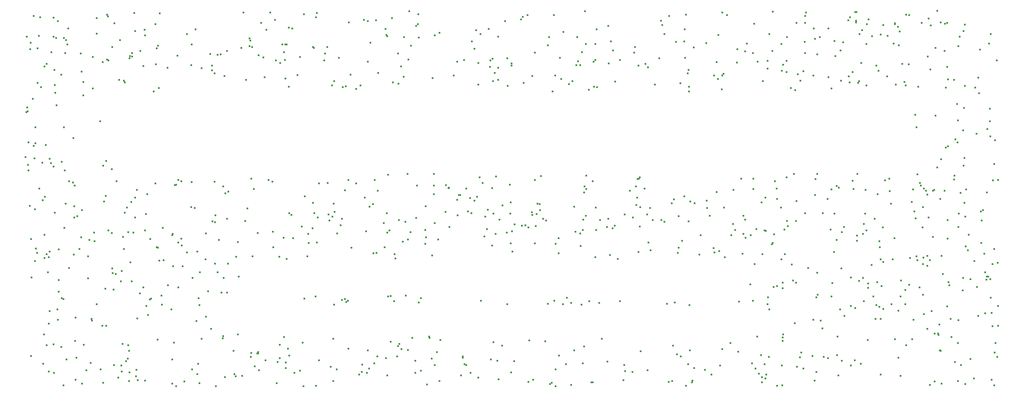
<source format=gbr>
G04 DipTrace 3.0.0.1*
G04 TopPaste.gbr*
%MOIN*%
G04 #@! TF.FileFunction,Paste,Top*
G04 #@! TF.Part,Single*
%AMOUTLINE2*5,1,6,0,0,0.018467,-7E-6.0*%
%ADD22OUTLINE2*%
%FSLAX26Y26*%
G04*
G70*
G90*
G75*
G01*
G04 TopPaste*
%LPD*%
D22*
X638656Y1359126D3*
X3387497Y3223127D3*
X5144083Y1758625D3*
X7917177Y577139D3*
X6575483Y2878172D3*
X5663026Y1641184D3*
X2098222Y3080492D3*
X2053988Y2936974D3*
X2998545Y1699715D3*
X4311606Y1151211D3*
X757357Y3007325D3*
X779038Y1097772D3*
X7709951Y1136892D3*
X3735937Y2898377D3*
X8042202Y2448684D3*
X2428348Y3058373D3*
X7337647Y3150573D3*
X2629298Y754301D3*
X3359025Y1778570D3*
X3899925Y2917946D3*
X4333391Y2074391D3*
X6298974Y1721001D3*
X4074169Y3267278D3*
X4908609Y2061168D3*
X7609171Y2034449D3*
X4540899Y1848848D3*
X6204484Y695236D3*
X741159Y2990113D3*
X5753681Y3136764D3*
X774531Y633416D3*
X1595533Y2084450D3*
X2561218Y3014605D3*
X6755899Y746312D3*
X750375Y2380696D3*
X603421Y3218063D3*
X5757316Y658552D3*
X7444751Y2038932D3*
X2713820Y639827D3*
X6619238Y3406052D3*
X1086899Y1648785D3*
X7794677Y1748353D3*
X5985518Y1899614D3*
X2116504Y888109D3*
X3036412Y1810496D3*
X899797Y3090518D3*
X1024336Y1670096D3*
X7186549Y1638238D3*
X6915260Y1062409D3*
X808277Y2215791D3*
X5167022Y1503169D3*
X2277475Y3406769D3*
X1502730Y2992736D3*
X6337152Y1112951D3*
X6087459Y3019703D3*
X2086217Y1649005D3*
X5717345Y2794526D3*
X1368971Y712026D3*
X7328571Y3295335D3*
X1386719Y1707186D3*
X6676592Y1032294D3*
X1954404Y2974462D3*
X4181507Y3036143D3*
X4169556Y3279526D3*
X3948530Y1995142D3*
X1643870Y1219504D3*
X7512262Y3326385D3*
X1020723Y3088133D3*
X6255550Y616490D3*
X4221270Y1695916D3*
X6323400Y2972324D3*
X7473597Y2518278D3*
X7012782Y1642615D3*
X1279909Y3321480D3*
X7126003Y1456701D3*
X6456303Y1538264D3*
X4767299Y690280D3*
X1289999Y1387079D3*
X7263427Y2120672D3*
X6312924Y607787D3*
X8038219Y2566644D3*
X891831Y1743210D3*
X1926004Y692865D3*
X4563797Y1924988D3*
X3474157Y2854780D3*
X7195570Y1498146D3*
X6840415Y1851836D3*
X614995Y2401898D3*
X8042720Y1345966D3*
X7557442Y962495D3*
X8104333Y2113751D3*
X7834539Y2495164D3*
X7842521Y2281091D3*
X1659202Y1490525D3*
X2132450Y590265D3*
X850427Y1574265D3*
X5582356Y1933651D3*
X632325Y3171580D3*
X3969967Y749354D3*
X5950987Y1563445D3*
X4943694Y2809928D3*
X7215114Y3307454D3*
X4425682Y1760396D3*
X1806434Y1445605D3*
X3429298Y2866929D3*
X2626789Y3288593D3*
X5856159Y1894423D3*
X1688829Y2977794D3*
X2777445Y1695576D3*
X7007619Y3340825D3*
X4029896Y623306D3*
X8052142Y1086312D3*
X6913521Y1750421D3*
X5340129Y1901109D3*
X4922228Y2041028D3*
X7031156Y1331076D3*
X5636252Y1587675D3*
X6441012Y1317810D3*
X3414152Y862218D3*
X1127522Y1640046D3*
X5678535Y3182972D3*
X5841119Y646318D3*
X2032238Y2958265D3*
X7599915Y2029337D3*
X2057126Y1784012D3*
X8095361Y744000D3*
X7567606Y3358054D3*
X6749730Y1853983D3*
X5710667Y689369D3*
X4107449Y3238573D3*
X830369Y3209168D3*
X5006728Y2828314D3*
X3555277Y3413827D3*
X8094080Y3035391D3*
X663887Y2280088D3*
X7304951Y881961D3*
X5129605Y3112707D3*
X3495282Y804854D3*
X789003Y2241668D3*
X4992098Y1515171D3*
X7996636Y1543714D3*
X7190598Y1593143D3*
X896066Y2184001D3*
X3542743Y2158811D3*
X1105781Y1027104D3*
X5418839Y1569030D3*
X6273562Y760455D3*
X7086579Y3160660D3*
X3839476Y2071450D3*
X868356Y823572D3*
X1720841Y1113108D3*
X7214869Y1116035D3*
X6581462Y779850D3*
X5593789Y831098D3*
X7523020Y1225923D3*
X7386635Y1153731D3*
X3250394Y1905413D3*
X6055526Y1770734D3*
X5485453Y3050799D3*
X6733505Y1025953D3*
X6815007Y2039669D3*
X4203995Y2874496D3*
X1308938Y584139D3*
X7196719Y3235976D3*
X2239156Y1366121D3*
X7584070Y3305634D3*
X1872497Y3000026D3*
X4876525Y3000328D3*
X1382537Y732329D3*
X3862887Y2052608D3*
X2741529Y3392140D3*
X6470635Y2944732D3*
X1767240Y3072860D3*
X7520762Y1745297D3*
X6190361Y1305577D3*
X2137845Y2008093D3*
X7524157Y1463362D3*
X5380816Y3008025D3*
X1541049Y1068106D3*
X3042987Y2828058D3*
X7265731Y2024936D3*
X7042820Y691558D3*
X5628567Y1548530D3*
X4039730Y3182509D3*
X7555549Y1526759D3*
X7560167Y3065646D3*
X2585837Y1665837D3*
X1936138Y540551D3*
X5706004Y2934442D3*
X7666580Y537252D3*
X2923854Y3138818D3*
X7692445Y3319109D3*
X4627827Y1155576D3*
X5694399Y523278D3*
X1374930Y1897445D3*
X5955852Y680335D3*
X7008802Y3409635D3*
X2363921Y672430D3*
X4771988Y1202971D3*
X993154Y1830885D3*
X3280353Y1546735D3*
X4709790Y1662465D3*
X3524591Y1789878D3*
X7067745Y1175719D3*
X1839761Y3237966D3*
X6163261Y3166245D3*
X2446407Y720332D3*
X1773723Y1282982D3*
X2207047Y613736D3*
X1940909Y1399408D3*
X4348312Y1715675D3*
X3601462Y715251D3*
X888344Y2517417D3*
X6244898Y3026205D3*
X1294957Y2102659D3*
X7353239Y1336806D3*
X1920298Y1558379D3*
X7478412Y2155442D3*
X5941505Y3231034D3*
X4533832Y1754866D3*
X7934825Y2468450D3*
X1984563Y1497205D3*
X6794298Y3280841D3*
X3779220Y1652630D3*
X4685634Y1618983D3*
X7100676Y1311869D3*
X6995875Y717297D3*
X1746865Y2070726D3*
X1208081Y1271739D3*
X1757503Y518566D3*
X1458730Y564265D3*
X3834936Y1864453D3*
X7296143Y3166098D3*
X7288820Y1500343D3*
X2659819Y1663727D3*
X2601226Y3159757D3*
X6298230Y687253D3*
X3680230Y1723992D3*
X3213814Y1975314D3*
X4108312Y1177825D3*
X4090210Y587051D3*
X1102888Y1039766D3*
X8046804Y3239049D3*
X7086643Y2843287D3*
X5930753Y2017833D3*
X5325531Y2994346D3*
X8063751Y2108933D3*
X6599356Y655075D3*
X6391411Y2046117D3*
X4060399Y1953757D3*
X3255297Y3172512D3*
X810475Y840619D3*
X3448831Y1504719D3*
X4858650Y3029167D3*
X3088364Y3327476D3*
X7379272Y2869881D3*
X3440587Y1176669D3*
X1024612Y2947643D3*
X4476014Y551276D3*
X7439432Y883738D3*
X5084798Y708888D3*
X5278790Y629944D3*
X4123109Y2090354D3*
X2482297Y3403961D3*
X6896218Y1707585D3*
X7786580Y2699000D3*
X2506549Y1593165D3*
X2905982Y3088059D3*
X3237892Y3024238D3*
X7350030Y599060D3*
X2036434Y1790751D3*
X2454126Y3271049D3*
X3086043Y2112563D3*
X6846661Y3069702D3*
X3275197Y1926295D3*
X5524782Y1789614D3*
X885710Y1193732D3*
X6363601Y1624257D3*
X1899996Y1896948D3*
X7361612Y3007678D3*
X4681315Y2919577D3*
X842854Y3339787D3*
X4236777Y714172D3*
X4245255Y572167D3*
X4663322Y2796718D3*
X1392982Y793381D3*
X1123465Y1705967D3*
X4470333Y3385589D3*
X1798012Y1604383D3*
X1771971Y1628869D3*
X756465Y833853D3*
X6960974Y3369059D3*
X3316068Y2939518D3*
X6370654Y1285778D3*
X7384609Y1260696D3*
X1629430Y3398588D3*
X5416631Y1895858D3*
X7764854Y2144415D3*
X6815341Y2819651D3*
X1599163Y3004814D3*
X2290987Y1794883D3*
X2645684Y1843084D3*
X1501993Y1283450D3*
X705917Y3367657D3*
X6690073Y3203663D3*
X1562895Y1196000D3*
X2970049Y558682D3*
X4905690Y826286D3*
X5852585Y1952333D3*
X2976432Y1149875D3*
X1607424Y3128773D3*
X6150147Y3105234D3*
X5616259Y3180042D3*
X6510306Y1459106D3*
X6310345Y1719912D3*
X2158035Y2022570D3*
X8013211Y1341676D3*
X6546449Y1948406D3*
X4526780Y2113564D3*
X4676319Y1178488D3*
X7478285Y1493260D3*
X757568Y1539747D3*
X1400694Y3068954D3*
X5334604Y2133699D3*
X3178954Y2842797D3*
X6332787Y746115D3*
X5713450Y2961071D3*
X5685885Y3055657D3*
X7216722Y1477912D3*
X7095906Y874676D3*
X1394633Y626602D3*
X3310993Y748570D3*
X2959623Y2841047D3*
X8019018Y2505260D3*
X3692398Y533719D3*
X5097747Y3011213D3*
X6668060Y752357D3*
X3287975Y2110521D3*
X4244041Y2977612D3*
X7394312Y836373D3*
X2388437Y771793D3*
X4807014Y530134D3*
X3014049Y3055231D3*
X7461507Y2616192D3*
X7047630Y3014129D3*
X3492950Y2987846D3*
X3995391Y681932D3*
X5559302Y550811D3*
X2625199Y2831243D3*
X4728904Y2890963D3*
X1328031Y1327144D3*
X7837046Y3262357D3*
X6747862Y966003D3*
X7486232Y2831722D3*
X2940014Y1798050D3*
X5083932Y1749341D3*
X5283339Y1820626D3*
X1729667Y1696446D3*
X6894312Y1428529D3*
X670201Y2394870D3*
X7000484Y1122178D3*
X4896764Y694457D3*
X6281541Y1537168D3*
X4983055Y2832597D3*
X4483878Y873490D3*
X1112378Y3062963D3*
X901331Y1927996D3*
X2469546Y2111877D3*
X3731899Y1527631D3*
X7847135Y3311521D3*
X1260327Y2193975D3*
X3710584Y901444D3*
X3995286Y2044581D3*
X5436886Y1801857D3*
X4308879Y1706794D3*
X7577409Y1492146D3*
X4346693Y2994211D3*
X3170026Y610146D3*
X5182976Y3038399D3*
X4058298Y3126982D3*
X7580604Y2966386D3*
X2335541Y776724D3*
X1646867Y1148039D3*
X6979701Y2106698D3*
X7080337Y2034129D3*
X1725001Y1686822D3*
X7415168Y1302717D3*
X5725239Y1944492D3*
X8003882Y1081810D3*
X1396026Y3052699D3*
X5848079Y3169678D3*
X5372764Y2045381D3*
X4142543Y1829185D3*
X1438638Y3261177D3*
X1044156Y840178D3*
X4244268Y2884173D3*
X3602886Y621917D3*
X5451387Y2849335D3*
X4885744Y1147881D3*
X7521505Y1902850D3*
X4741350Y1150923D3*
X4339151Y1620702D3*
X1276399Y681157D3*
X4642429Y533997D3*
X3230479Y623081D3*
X7975797Y1798379D3*
X1323635Y3192854D3*
X4194841Y2048535D3*
X2620873Y808621D3*
X4502730Y1861995D3*
X1927916Y1199563D3*
X5652419Y750362D3*
X7832904Y1354050D3*
X2077835Y3079797D3*
X7065081Y1770562D3*
X4504852Y2913896D3*
X792711Y3098877D3*
X7791996Y557319D3*
X4418175Y3353112D3*
X3646812Y1197944D3*
X4037612Y1853900D3*
X7877874Y1688287D3*
X960509Y2092732D3*
X6678808Y3283311D3*
X7712268Y1660387D3*
X7699719Y2362801D3*
X7089760Y3316268D3*
X7690927Y3107312D3*
X1217203Y984343D3*
X6699004Y627339D3*
X5807324Y1685281D3*
X7974025Y1626896D3*
X6480428Y1755634D3*
X7311941Y2848807D3*
X4978971Y3026659D3*
X7156722Y1037790D3*
X6709831Y1224073D3*
X4090089Y3014239D3*
X1515890Y3227138D3*
X6440713Y895181D3*
X6208429Y3093231D3*
X1211710Y1988895D3*
X4253146Y1804920D3*
X4607697Y864597D3*
X2149235Y1242873D3*
X3464495Y749991D3*
X1233958Y1721622D3*
X931123Y2103147D3*
X7708035Y3326480D3*
X2821051Y3132327D3*
X2020701Y3084194D3*
X724500Y2243919D3*
X916807Y3157361D3*
X7614055Y924188D3*
X5112471Y3182421D3*
X2976152Y2876143D3*
X969365Y1822392D3*
X873471Y1199959D3*
X6790657Y735558D3*
X5585867Y559833D3*
X3680332Y1618770D3*
X842866Y1032420D3*
X1188753Y3020900D3*
X8081688Y851684D3*
X5973283Y2919411D3*
X655692Y3377919D3*
X1337781Y631731D3*
X1142963Y3240904D3*
X2342371Y3137396D3*
X6278420Y548241D3*
X2844138Y3402898D3*
X4205757Y859541D3*
X7657951Y791874D3*
X613538Y2227496D3*
X8003451Y1397777D3*
X2630862Y1855046D3*
X1525663Y1137163D3*
X7891018Y1344963D3*
X1911928Y1021177D3*
X6275497Y1938343D3*
X4973664Y549757D3*
X8102134Y1138539D3*
X6884934Y3110513D3*
X778795Y2274770D3*
X7455613Y1867661D3*
X1352568Y1578656D3*
X4687856Y517728D3*
X6474051Y1794982D3*
X4200175Y3047262D3*
X3752024Y1780073D3*
X1552231Y1189472D3*
X5970593Y2811949D3*
X3578474Y891362D3*
X1612304Y879563D3*
X7713087Y1801924D3*
X6429581Y3162319D3*
X7194865Y608285D3*
X2061185Y1838297D3*
X1875450Y2095314D3*
X2322322Y3206906D3*
X5606189Y1165879D3*
X6212451Y2042000D3*
X1194518Y2223143D3*
X7986181Y1878752D3*
X5043945Y886178D3*
X977109Y867319D3*
X726039Y1954756D3*
X2149214Y1810505D3*
X2215209Y595358D3*
X872365Y2252130D3*
X5401470Y1628664D3*
X6686154Y561596D3*
X3627577Y3391962D3*
X1878961Y648835D3*
X4027782Y1970752D3*
X7342167Y3257441D3*
X5992398Y1516815D3*
X3468144Y829362D3*
X2027823Y962727D3*
X1198235Y1944403D3*
X6707636Y3082846D3*
X6394623Y1292731D3*
X4840749Y1710825D3*
X7663915Y2273081D3*
X3382319Y1855584D3*
X5304951Y2063741D3*
X2778759Y1626496D3*
X6101701Y1170942D3*
X7394125Y3388114D3*
X665241Y1484558D3*
X1738958Y854677D3*
X6364087Y3411638D3*
X1906669Y3276459D3*
X4295172Y3338388D3*
X7618151Y3133415D3*
X3147488Y2815573D3*
X4572451Y2140912D3*
X2968726Y886486D3*
X6535327Y2806198D3*
X2053823Y2098484D3*
X868634Y2925367D3*
X7204043Y1291938D3*
X7506323Y2067979D3*
X4098875Y2131675D3*
X6036075Y850654D3*
X6855343Y1648345D3*
X2498012Y2098534D3*
X6323223Y3031093D3*
X7769259Y704652D3*
X2346146Y1521558D3*
X7619442Y2610038D3*
X6241720Y901570D3*
X7098967Y1280290D3*
X5973996Y803961D3*
X4367835Y712407D3*
X5524693Y3237944D3*
X7437101Y1940979D3*
X2692020Y2921286D3*
X8098457Y1470499D3*
X6430814Y1499207D3*
X2332621Y746037D3*
X3084427Y1178139D3*
X3926530Y3026001D3*
X848281Y1339648D3*
X731017Y690970D3*
X8071259Y2234883D3*
X2120785Y2061346D3*
X2552525Y1519488D3*
X1393354Y560264D3*
X1616629Y1589804D3*
X2075575Y1399276D3*
X2198665Y790480D3*
X6394912Y1963812D3*
X7651421Y794273D3*
X6152525Y1664432D3*
X2726991Y1750594D3*
X5910996Y2917280D3*
X6727454Y3216476D3*
X5298273Y3140306D3*
X2812608Y1937037D3*
X7839157Y2669249D3*
X668312Y2519391D3*
X4747487Y3256130D3*
X6694547Y2120173D3*
X5293920Y3094577D3*
X7773556Y2425295D3*
X7212987Y1745724D3*
X7526576Y1510470D3*
X4513878Y569223D3*
X3245025Y656028D3*
X6059988Y2036327D3*
X1230541Y3376588D3*
X2858257Y2086934D3*
X3624535Y3315028D3*
X6550769Y669327D3*
X7149143Y1811755D3*
X6676461Y2920378D3*
X5030329Y1800635D3*
X6612665Y1854109D3*
X6148841Y1804699D3*
X4920940Y3162881D3*
X1557395Y1654000D3*
X3394112Y1211979D3*
X6707848Y2157728D3*
X2266615Y597486D3*
X2997517Y648343D3*
X7555757Y1447983D3*
X7590423Y1100093D3*
X738042Y1687682D3*
X6213110Y2121806D3*
X4708361Y1546736D3*
X3791230Y3250253D3*
X4963654Y547336D3*
X5216696Y682862D3*
X5319499Y2118272D3*
X1986761Y1056332D3*
X7053106Y3269823D3*
X780318Y1557793D3*
X1445160Y596899D3*
X3058458Y1191677D3*
X2767915Y1521424D3*
X1952780Y886071D3*
X1625584Y1489643D3*
X3298063Y3345058D3*
X2330508Y3188703D3*
X5314992Y1975537D3*
X1755343Y2075314D3*
X741399Y1983059D3*
X7279340Y1153675D3*
X818062Y2847129D3*
X4276315Y1914874D3*
X3304218Y1550268D3*
X7813667Y2011213D3*
X2259676Y3132398D3*
X2520549Y3349744D3*
X654677Y2375852D3*
X7598970Y1672879D3*
X4829529Y1905453D3*
X1432765Y3400711D3*
X6945647Y3346102D3*
X4847398Y2999327D3*
X2504495Y1710975D3*
X6707615Y1395244D3*
X6439178Y869459D3*
X772262Y1515346D3*
X3970180Y740050D3*
X764916Y1397589D3*
X6096566Y784465D3*
X7450903Y1033516D3*
X8046846Y1200487D3*
X2813580Y3138159D3*
X1875677Y3159867D3*
X1516444Y1723654D3*
X8060652Y1460522D3*
X6444287Y3003133D3*
X3403182Y1720804D3*
X4993358Y3160504D3*
X5906396Y1585542D3*
X4337159Y1853298D3*
X6907853Y3175382D3*
X6518207Y1336409D3*
X6698323Y1205206D3*
X8071699Y526230D3*
X7171627Y2000654D3*
X1077802Y1522832D3*
X3770996Y782203D3*
X2297812Y2885907D3*
X2033461Y2995088D3*
X6222290Y1463273D3*
X1168810Y2565839D3*
X2598568Y2894289D3*
X609395Y2643101D3*
X6231047Y654492D3*
X8079507Y2417811D3*
X5622888Y765377D3*
X2386614Y1703657D3*
X5392651Y1846982D3*
X2382438Y773526D3*
X4505988Y1841154D3*
X1474879Y1235808D3*
X7633383Y2209572D3*
X8104538Y984862D3*
X1439327Y1975230D3*
X3754059Y3228546D3*
X7304794Y3323316D3*
X4156778Y1731886D3*
X5221933Y636471D3*
X3728248Y730698D3*
X3925699Y1960198D3*
X6234677Y1730701D3*
X1596936Y3316404D3*
X7164092Y2996625D3*
X7640823Y924706D3*
X2927014Y2087567D3*
X4879196Y1601281D3*
X4973934Y2101073D3*
X3683063Y1908585D3*
X6966844Y679681D3*
X2061304Y520273D3*
X2412694Y3324942D3*
X1040719Y2765958D3*
X2055236Y1466157D3*
X3746824Y2067255D3*
X6612576Y3379592D3*
X7129438Y3221951D3*
X7612764Y556867D3*
X4313215Y3051903D3*
X6786110Y1966861D3*
X3617135Y2069344D3*
X1334252Y679388D3*
X6335276Y3239119D3*
X7075623Y1852634D3*
X2714308Y3061895D3*
X1061749Y641587D3*
X2973056Y1928887D3*
X4589657Y1811281D3*
X3530155Y1219488D3*
X2733538Y856698D3*
X2860735Y717576D3*
X2234409Y918636D3*
X7632597Y3419469D3*
X6073343Y1726827D3*
X6599269Y2953469D3*
X1726362Y724114D3*
X6835215Y1556207D3*
X7851462Y1597383D3*
X4686835Y649664D3*
X2334924Y2123251D3*
X4907420Y2015428D3*
X699778Y2046461D3*
X1796912Y2102734D3*
X8054256Y568467D3*
X850283Y1247639D3*
X6614235Y3091213D3*
X7795020Y3145000D3*
X7417353Y3384526D3*
X5023521Y1161455D3*
X973757Y2067133D3*
X3480974Y845614D3*
X6090182Y3120732D3*
X2390386Y783587D3*
X5002709Y3275387D3*
X4217780Y2938849D3*
X5876196Y1836958D3*
X7807110Y3219583D3*
X2843478Y1627697D3*
X2980507Y1866858D3*
X1221564Y3389686D3*
X4895680Y1726929D3*
X7390652Y2842012D3*
X808238Y3218181D3*
X7726262Y1298908D3*
X7950247Y2901672D3*
X4368265Y1770315D3*
X7275028Y1927669D3*
X4451635Y1760631D3*
X7667432Y1525946D3*
X1532602Y2001134D3*
X2156938Y1463970D3*
X3790399Y558761D3*
X8032507Y3164157D3*
X6473537Y3216606D3*
X8038874Y2663579D3*
X6822807Y1314302D3*
X1387542Y835865D3*
X4440768Y2860937D3*
X1028642Y1879672D3*
X5888818Y609541D3*
X2557730Y837535D3*
X5599720Y1961833D3*
X1478425Y3110199D3*
X3753008Y682497D3*
X6354680Y1615941D3*
X1409339Y1941778D3*
X4163411Y1881483D3*
X7140366Y1211627D3*
X6854941Y2065991D3*
X3287009Y696257D3*
X4477324Y1743870D3*
X6378123Y2100974D3*
X7474373Y1521702D3*
X7716356Y2888387D3*
X8075253Y779185D3*
X1354207Y2877942D3*
X5395370Y642604D3*
X3223241Y1715841D3*
X7304881Y3317066D3*
X924488Y3282659D3*
X2129478Y2916232D3*
X1883361Y1354543D3*
X3206054Y3347673D3*
X2836442Y3368001D3*
X3412545Y1216911D3*
X3858936Y2047896D3*
X2307290Y1893706D3*
X5683575Y3276486D3*
X6501257Y2820731D3*
X7649412Y994497D3*
X1401693Y1474848D3*
X7698224Y2826358D3*
X5000324Y1724753D3*
X5939613Y2890966D3*
X7719877Y1323475D3*
X6839241Y3187091D3*
X627970Y3123543D3*
X3311248Y2030453D3*
X7528529Y2045072D3*
X7834912Y2220588D3*
X2356419Y2040483D3*
X5210068Y564694D3*
X821415Y2785156D3*
X6811156Y1729705D3*
X2391340Y3075017D3*
X3646276Y637269D3*
X7675252Y1385192D3*
X4996509Y1900085D3*
X3747823Y2002367D3*
X6557720Y2929302D3*
X4206711Y1850778D3*
X3795623Y876294D3*
X7708675Y2984806D3*
X6307609Y1974940D3*
X6042071Y1685274D3*
X2004003Y1253490D3*
X5146475Y2872387D3*
X6192835Y1684996D3*
X6978756Y2946840D3*
X4656207Y546112D3*
X6467932Y2132070D3*
X5326366Y1556339D3*
X2948857Y670012D3*
X7029289Y2874508D3*
X7830937Y1258161D3*
X1144016Y1153169D3*
X3380731Y3232638D3*
X5928621Y3020845D3*
X7334269Y1101350D3*
X4432551Y3371885D3*
X3058837Y2030844D3*
X5971249Y3406520D3*
X4272840Y832907D3*
X5680778Y1984948D3*
X6287626Y2874362D3*
X4343231Y624071D3*
X2748829Y1985083D3*
X6453530Y1729919D3*
X711331Y2827206D3*
X6868285Y601525D3*
X6543619Y1318898D3*
X2609496Y1503114D3*
X817782Y2960655D3*
X4009505Y1867793D3*
X6883735Y1110804D3*
X6635797Y1430934D3*
X7332018Y739669D3*
X4227583Y2140260D3*
X4991636Y3040365D3*
X7890445Y728392D3*
X2832664Y1211831D3*
X5722400Y796370D3*
X3146969Y2087076D3*
X3237552Y3338294D3*
X4913169Y3417098D3*
X1259963Y1700581D3*
X6792534Y2905214D3*
X1425399Y1705282D3*
X636630Y753533D3*
X2526525Y3035711D3*
X6863500Y902832D3*
X683201Y1549791D3*
X1732416Y1445958D3*
X7761627Y2886272D3*
X6322530Y1152092D3*
X1523340Y1850329D3*
X5795927Y1535220D3*
X7101302Y3351524D3*
X6136129Y1836143D3*
X4354407Y1558245D3*
X7848152Y1828071D3*
X735117Y920253D3*
X1873970Y1900475D3*
X7024388Y2860576D3*
X4672790Y3383908D3*
X7164434Y1147091D3*
X1272571Y1266076D3*
X7717774Y2373185D3*
X1009417Y1578081D3*
X1095319Y699625D3*
X627711Y1912133D3*
X4876769Y1700461D3*
X4626404Y3153626D3*
X648492Y2739499D3*
X5343080Y789423D3*
X5563329Y3378308D3*
X740563Y1509734D3*
X7857524Y2037135D3*
X1358455Y2866045D3*
X3930592Y1839193D3*
X1514126Y3271135D3*
X6887997Y2878231D3*
X3064825Y2834780D3*
X7249097Y3226526D3*
X4338694Y1939437D3*
X1261521Y1427647D3*
X1773165Y2113114D3*
X2532245Y540865D3*
X7544643Y2027597D3*
X6986253Y2043501D3*
X2575404Y3158224D3*
X1342895Y846346D3*
X3387585Y603364D3*
X7744470Y900087D3*
X3547049Y1652457D3*
X6526451Y2159504D3*
X6965448Y1139621D3*
X7017566Y2157636D3*
X2122369Y1354777D3*
X8016765Y1364446D3*
X1265978Y1391383D3*
X4789698Y2853331D3*
X7061052Y1355807D3*
X7084894Y1720534D3*
X6010676Y3383997D3*
X3468115Y3090249D3*
X4527339Y1623709D3*
X2651375Y3282105D3*
X3565874Y1708483D3*
X1417453Y3066633D3*
X5693476Y3389760D3*
X2588325Y3100167D3*
X5713623Y1793703D3*
X6860542Y759491D3*
X1796121Y1658493D3*
X2901152Y3033982D3*
X5759196Y1933133D3*
X4814720Y2874264D3*
X7187820Y1132882D3*
X3110060Y1588011D3*
X2961529Y1827451D3*
X6441354Y919377D3*
X1622260Y2822623D3*
X8060184Y982408D3*
X3235395Y796037D3*
X889412Y3208827D3*
X5738094Y547685D3*
X3376730Y735226D3*
X906542Y3192077D3*
X1223602Y3042408D3*
X4088299Y2849772D3*
X4900319Y1806285D3*
X7301436Y1663581D3*
X4545478Y1928941D3*
X1262832Y3139092D3*
X1934627Y1144420D3*
X2836403Y521192D3*
X1347808Y1673755D3*
X2822911Y1856093D3*
X1077823Y1352930D3*
X6431903Y678354D3*
X6543583Y1794970D3*
X6948404Y2911579D3*
X685831Y2862270D3*
X5982357Y2933094D3*
X7796018Y1027669D3*
X1038427Y2867937D3*
X8016176Y2015458D3*
X6531860Y1006273D3*
X4243467Y3217262D3*
X2808343Y1739610D3*
X7169227Y1321815D3*
X2105592Y1241888D3*
X2540923Y703942D3*
X3424507Y3363776D3*
X6437752Y524087D3*
X4829996Y795962D3*
X4184766Y725455D3*
X4136702Y1674241D3*
X7925957Y2824990D3*
X7495987Y1282593D3*
X5336579Y1753276D3*
X7842902Y1934846D3*
X3547243Y799451D3*
X6998602Y3408483D3*
X636189Y1654163D3*
X5124898Y1739121D3*
X7655388Y1964046D3*
X1839504Y1551816D3*
X7791026Y2402378D3*
X1654566Y1743440D3*
X6691119Y1996504D3*
X2609285Y3158865D3*
X7964328Y3118944D3*
X3194463Y683812D3*
X6872251Y2050709D3*
X3394045Y2153307D3*
X3188808Y629030D3*
X7178328Y2954760D3*
X666045Y1885678D3*
X7032962Y3239474D3*
X7059797Y1696448D3*
X4714081Y756337D3*
X6470478Y3032774D3*
X7791885Y852676D3*
X5502711Y1802592D3*
X2745020Y1195014D3*
X1416178Y3092913D3*
X1450772Y646202D3*
X964399Y2436648D3*
X5092398Y3300538D3*
X3550535Y3040980D3*
X1233823Y3034289D3*
X4945522Y1175566D3*
X4919105Y1834146D3*
X910311Y724441D3*
X6371278Y1692938D3*
X7577315Y530455D3*
X2602749Y703484D3*
X6279612Y589593D3*
X6967033Y1357274D3*
X2604369Y658236D3*
X7688812Y2029575D3*
X4196825Y1606409D3*
X885218Y524709D3*
X819631Y1858265D3*
X5106374Y1533155D3*
X5547304Y1155762D3*
X980176Y1049112D3*
X6327260Y1205038D3*
X4636335Y3215965D3*
X3609184Y3301186D3*
X5743978Y561881D3*
X4889971Y3099944D3*
X5500102Y3342396D3*
X2438986Y2905609D3*
X6427478Y1898667D3*
X593726Y2288738D3*
X7229369Y2107133D3*
X6546046Y3326528D3*
X979911Y568846D3*
X2933949Y1844822D3*
X967328Y1537125D3*
X6816726Y1210488D3*
X6897785Y716080D3*
X3746159Y2159089D3*
X6210201Y1177352D3*
X7955850Y2780840D3*
X3070377Y1168295D3*
X3713882Y892244D3*
X1515079Y562954D3*
X607726Y2671592D3*
X5091886Y1812529D3*
X1583198Y2795699D3*
X7351232Y1213433D3*
X1617115Y3148648D3*
X685307Y3128276D3*
X3568459Y3147572D3*
X1112760Y2819856D3*
X3373676Y3280068D3*
X6307147Y579503D3*
X3983454Y690404D3*
X6219320Y3319031D3*
X1920856Y612335D3*
X2321970Y3144005D3*
X7423672Y1510021D3*
X7557350Y1997245D3*
X1691514Y1299480D3*
X3630631Y3212039D3*
X3387714Y1704361D3*
X7659899Y3328957D3*
X7920942Y1485033D3*
X3443408Y1538828D3*
X6433757Y2954778D3*
X6608644Y3177689D3*
X3980555Y3040259D3*
X1453881Y2033835D3*
X1193676Y544377D3*
X7466526Y1815000D3*
X7528756Y1074222D3*
X3507012Y1635054D3*
X7567860Y1822113D3*
X599631Y2633903D3*
X3629213Y1164657D3*
X5398451Y2983159D3*
X3685709Y1667871D3*
X5649605Y2859875D3*
X1173131Y648193D3*
X7870370Y1568008D3*
X1455810Y1042035D3*
X5328043Y2121243D3*
X7195164Y1038717D3*
X6613807Y3325037D3*
X5181988Y1175487D3*
X3086332Y810404D3*
X1336604Y1410163D3*
X2217957Y1520013D3*
X984686Y739512D3*
X6121197Y2121686D3*
X614999Y2186427D3*
X7735157Y1038703D3*
X7007241Y3327571D3*
X7762546Y2116228D3*
X6956070Y2866908D3*
X5634705Y1833699D3*
X7939965Y1284585D3*
X3103407Y2924157D3*
X774219Y1000672D3*
X4807663Y1161080D3*
X7844759Y2839724D3*
X6360287Y3109688D3*
X2149201Y3107501D3*
X8074000Y1578630D3*
X3865059Y1749331D3*
X1143579Y3361651D3*
X5221199Y1845944D3*
X7949274Y1062316D3*
X4614202Y1800260D3*
X1724927Y539819D3*
X7246759Y2913350D3*
X4345597Y3011860D3*
X5719942Y1146825D3*
X808650Y3365932D3*
X3511311Y2910115D3*
X5260391Y2027969D3*
X4178466Y2985126D3*
X3517865Y3215283D3*
X1187215Y985434D3*
X930150Y1432818D3*
X1818925Y554920D3*
X3034806Y1186222D3*
X3026959Y1760760D3*
X1029322Y538455D3*
X674054Y1583177D3*
X7969752Y1869151D3*
X4854314Y3215934D3*
X4921333Y2144936D3*
X812936Y620724D3*
X7794157Y2570853D3*
X2119579Y904724D3*
X5508697Y3309573D3*
X7011604Y1681033D3*
X4080045Y1982308D3*
X2555726Y735495D3*
X2396077Y642026D3*
X6397692Y521734D3*
X5309563Y1919751D3*
X3476657Y1802136D3*
X7817602Y680854D3*
X3366453Y1593102D3*
X4719816Y3055978D3*
X2233037Y1633618D3*
X7642285Y915446D3*
X4566727Y1878896D3*
X1215853Y2258825D3*
X4315856Y2837168D3*
X5717743Y2831136D3*
X696647Y3226525D3*
X2596375Y3039037D3*
X7500521Y2089257D3*
X838757Y1110894D3*
X2589856Y898001D3*
X2850138Y1822474D3*
X832163Y2688846D3*
X969119Y1908262D3*
X7412675Y3005009D3*
X3610458Y1817234D3*
X6130356Y1542887D3*
X4525484Y3095333D3*
X6441106Y1274514D3*
X3957097Y601545D3*
X2741189Y520438D3*
X2668629Y620886D3*
X7850109Y534075D3*
X5912360Y1552247D3*
X6572451Y741887D3*
X1439096Y1822991D3*
X6134656Y1695959D3*
X1360870Y1858144D3*
X3939668Y1996709D3*
X1413627Y1328623D3*
X1317104Y2884997D3*
X1986749Y1698832D3*
X7798306Y1850944D3*
X8025127Y1367064D3*
X1606514Y1591085D3*
M02*

</source>
